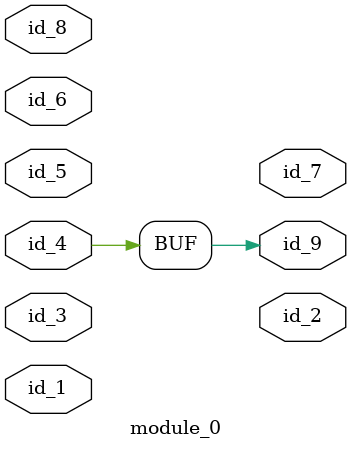
<source format=v>
module module_0 (
    id_1,
    id_2,
    id_3,
    id_4,
    id_5,
    id_6,
    id_7,
    id_8,
    id_9
);
  output id_9;
  input id_8;
  output id_7;
  inout id_6;
  input id_5;
  inout id_4;
  inout id_3;
  output id_2;
  inout id_1;
  assign id_9 = id_4;
endmodule

</source>
